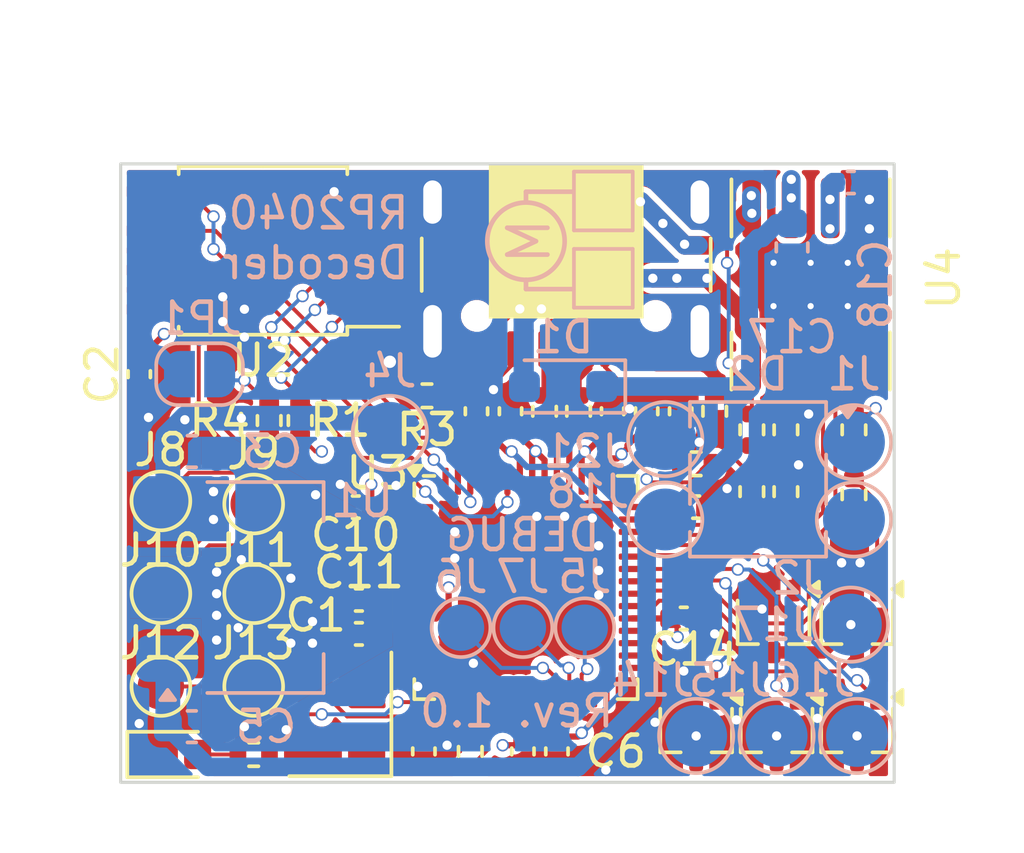
<source format=kicad_pcb>
(kicad_pcb (version 20240108) (generator "pcbnew") (generator_version "8.0")
  (layers (0 "F.Cu" signal) (1 "In1.Cu" power) (2 "In2.Cu" power) (31 "B.Cu" signal) (34 "B.Paste" user) (35 "F.Paste" user) (36 "B.SilkS" user "B.Silkscreen") (37 "F.SilkS" user "F.Silkscreen") (38 "B.Mask" user) (39 "F.Mask" user) (44 "Edge.Cuts" user))
  (net 0 "")
  (net 1 "+3V3")
  (net 2 "VDC")
  (net 3 "+1V1")
  (net 4 "GND")
  (net 5 "/GPIO24")
  (net 6 "/ADC_EMF_A")
  (net 7 "/ADC_EMF_B")
  (net 8 "/GPIO25")
  (net 9 "/MOTOR_OUT_B")
  (net 10 "/MOTOR_OUT_A")
  (net 11 "/GPIO26")
  (net 12 "/GPIO22")
  (net 13 "/GPIO23")
  (net 14 "Net-(U3-XIN)")
  (net 15 "/GPIO27")
  (net 16 "/GPIO21")
  (net 17 "Net-(C4-Pad1)")
  (net 18 "Net-(U3-ADC_AVDD)")
  (net 19 "VBUS")
  (net 20 "Net-(J2-Pin_1)")
  (net 21 "Net-(J1-Pin_1)")
  (net 22 "Net-(D3-A)")
  (net 23 "Net-(J3-D+-PadA6)")
  (net 24 "Net-(J3-CC2)")
  (net 25 "Net-(J3-D--PadA7)")
  (net 28 "Net-(J3-CC1)")
  (net 29 "Net-(J5-Pin_1)")
  (net 30 "Net-(J6-Pin_1)")
  (net 31 "Net-(J7-Pin_1)")
  (net 32 "Net-(J8-Pin_1)")
  (net 33 "Net-(J9-Pin_1)")
  (net 34 "Net-(J10-Pin_1)")
  (net 35 "Net-(J11-Pin_1)")
  (net 36 "Net-(J12-Pin_1)")
  (net 37 "Net-(J13-Pin_1)")
  (net 38 "Net-(J14-Pin_1)")
  (net 39 "Net-(J15-Pin_1)")
  (net 40 "Net-(J16-Pin_1)")
  (net 41 "Net-(J17-Pin_1)")
  (net 42 "Net-(JP1-B)")
  (net 43 "Net-(Q1-G)")
  (net 44 "Net-(U2-~{CS})")
  (net 45 "Net-(U3-XOUT)")
  (net 46 "Net-(U3-USB_DP)")
  (net 47 "Net-(U3-USB_DM)")
  (net 48 "Net-(U3-GPIO12)")
  (net 49 "Net-(U2-DI(IO0))")
  (net 50 "Net-(U2-CLK)")
  (net 51 "Net-(U2-IO3)")
  (net 52 "Net-(U2-DO(IO1))")
  (net 53 "Net-(U2-IO2)")
  (footprint "Resistor_SMD:R_0402_1005Metric" (layer "F.Cu") (at 156.7 98 90)
    (property "Reference" "R2" (hide yes))
    (property "Value" "5k1" (hide yes))
  )
  (footprint "Capacitor_SMD:C_0402_1005Metric" (layer "F.Cu") (at 150.1 98 90)
    (property "Reference" "C16" (hide yes))
    (property "Value" "100n" (hide yes))
  )
  (footprint "Capacitor_SMD:C_0402_1005Metric" (layer "F.Cu") (at 155.6 98 90)
    (property "Reference" "C13" (hide yes))
    (property "Value" "10u" (hide yes))
  )
  (footprint "Capacitor_SMD:C_0402_1005Metric" (layer "F.Cu") (at 150.5 109 -90)
    (property "Reference" "C12" (hide yes))
    (property "Value" "100n" (hide yes))
  )
  (footprint "Resistor_SMD:R_0402_1005Metric" (layer "F.Cu") (at 151.2 98 90)
    (property "Reference" "R6" (hide yes))
    (property "Value" "27" (hide yes))
  )
  (footprint "Resistor_SMD:R_0402_1005Metric" (layer "F.Cu") (at 157.9 98.6 90)
    (property "Reference" "R14" (hide yes))
    (property "Value" "6k8" (hide yes))
  )
  (footprint "Resistor_SMD:R_0402_1005Metric" (layer "F.Cu") (at 141.8 109.1)
    (property "Reference" "R10" (hide yes))
    (property "Value" "1k" (hide yes))
  )
  (footprint "Capacitor_SMD:C_0402_1005Metric" (layer "F.Cu") (at 145.2 104.1 180)
    (property "Reference" "C11")
    (property "Value" "100n" (hide yes))
  )
  (footprint "Package_DFN_QFN:QFN-56-1EP_7x7mm_P0.4mm_EP3.2x3.2mm" (layer "F.Cu") (at 150.6 103.7)
    (property "Reference" "U3")
    (property "Value" "RP2040" (hide yes))
  )
  (footprint "Resistor_SMD:R_0402_1005Metric" (layer "F.Cu") (at 157.9 100.6 90)
    (property "Reference" "R12" (hide yes))
    (property "Value" "6k8" (hide yes))
  )
  (footprint "Resistor_SMD:R_0402_1005Metric" (layer "F.Cu") (at 156.1 99.7 180)
    (property "Reference" "R11" (hide yes))
    (property "Value" "200" (hide yes))
  )
  (footprint "Resistor_SMD:R_0402_1005Metric" (layer "F.Cu") (at 148.8 109 90)
    (property "Reference" "R5" (hide yes))
    (property "Value" "1k" (hide yes))
  )
  (footprint "TestPoint:TestPoint_Pad_D1.5mm" (layer "F.Cu") (at 138.8 100.9)
    (property "Reference" "J8")
    (property "Value" "Conn_01x01" (hide yes))
  )
  (footprint "Resistor_SMD:R_0402_1005Metric" (layer "F.Cu") (at 161.2 98.6 90)
    (property "Reference" "R8" (hide yes))
    (property "Value" "6k8" (hide yes))
  )
  (footprint "TestPoint:TestPoint_Pad_D1.5mm" (layer "F.Cu") (at 138.8 106.9)
    (property "Reference" "J12")
    (property "Value" "Conn_01x01" (hide yes))
  )
  (footprint "Capacitor_SMD:C_0402_1005Metric" (layer "F.Cu") (at 138.1 96.8 -90)
    (property "Reference" "C2")
    (property "Value" "100n" (hide yes))
  )
  (footprint "Package_TO_SOT_SMD:SOT-323_SC-70" (layer "F.Cu") (at 156.1 108.3 -90)
    (property "Reference" "Q3" (hide yes))
    (property "Value" "Si1308EDL" (hide yes))
  )
  (footprint "Resistor_SMD:R_0402_1005Metric" (layer "F.Cu") (at 152.3 98 90)
    (property "Reference" "R7" (hide yes))
    (property "Value" "27" (hide yes))
  )
  (footprint "LED_SMD:LED_0603_1608Metric" (layer "F.Cu") (at 139.2 109.1)
    (property "Reference" "D3" (hide yes))
    (property "Value" "LED" (hide yes))
  )
  (footprint "Capacitor_SMD:C_0402_1005Metric" (layer "F.Cu") (at 154.5 98 90)
    (property "Reference" "C9" (hide yes))
    (property "Value" "10u" (hide yes))
  )
  (footprint "Resistor_SMD:R_0402_1005Metric" (layer "F.Cu") (at 147.4 97.5)
    (property "Reference" "R3")
    (property "Value" "5k1" (hide yes))
  )
  (footprint "Capacitor_SMD:C_0402_1005Metric" (layer "F.Cu") (at 151.6 109 -90)
    (property "Reference" "C6")
    (property "Value" "100n" (hide yes))
  )
  (footprint "RP2040-Decoder_Additional_Footprints:SOIC-8-1EP_3.9x4.9mm_P1.27mm_EP2.41x3.3mm_ThermalVias" (layer "F.Cu") (at 159.8 93.9 -90)
    (property "Reference" "U4")
    (property "Value" "BDR6133")
  )
  (footprint "Package_TO_SOT_SMD:SOT-323_SC-70" (layer "F.Cu") (at 158.6 104.8 -90)
    (property "Reference" "Q4" (hide yes))
    (property "Value" "Si1308EDL" (hide yes))
  )
  (footprint "Capacitor_SMD:C_0402_1005Metric" (layer "F.Cu") (at 145.2 105.2)
    (property "Reference" "C1")
    (property "Value" "10p" (hide yes))
  )
  (footprint "Package_TO_SOT_SMD:SOT-323_SC-70" (layer "F.Cu") (at 161.3 108.3 -90)
    (property "Reference" "Q2" (hide yes))
    (property "Value" "Si1308EDL" (hide yes))
  )
  (footprint "Connector_USB:USB_C_Receptacle_GCT_USB4105-xx-A_16P_TopMnt_Horizontal" (layer "F.Cu") (at 151.9 92.31 180)
    (property "Reference" "J3" (hide yes))
    (property "Value" "USB_C_Receptacle_USB2.0_16P" (hide yes))
  )
  (footprint "Capacitor_SMD:C_0402_1005Metric" (layer "F.Cu") (at 147.3 109 -90)
    (property "Reference" "C4" (hide yes))
    (property "Value" "10p" (hide yes))
  )
  (footprint "Resistor_SMD:R_0402_1005Metric" (layer "F.Cu") (at 142.3 98.3 -90)
    (property "Reference" "R4")
    (property "Value" "1k" (hide yes))
  )
  (footprint "Capacitor_SMD:C_0402_1005Metric" (layer "F.Cu") (at 153.4 98 90)
    (property "Reference" "C8" (hide yes))
    (property "Value" "10u" (hide yes))
  )
  (footprint "Resistor_SMD:R_0402_1005Metric" (layer "F.Cu") (at 159 98.6 -90)
    (property "Reference" "R15" (hide yes))
    (property "Value" "1k" (hide yes))
  )
  (footprint "Resistor_SMD:R_0402_1005Metric" (layer "F.Cu") (at 143.3 98.3 -90)
    (property "Reference" "R1")
    (property "Value" "DNF" (hide yes))
  )
  (footprint "TestPoint:TestPoint_Pad_D1.5mm" (layer "F.Cu") (at 141.8 106.9 180)
    (property "Reference" "J13")
    (property "Value" "Conn_01x01" (hide yes))
  )
  (footprint "Resistor_SMD:R_0402_1005Metric" (layer "F.Cu") (at 159 100.6 -90)
    (property "Reference" "R13" (hide yes))
    (property "Value" "1k")
  )
  (footprint "Package_TO_SOT_SMD:SOT-323_SC-70" (layer "F.Cu") (at 158.7 108.3 -90)
    (property "Reference" "Q5" (hide yes))
    (property "Value" "Si1308EDL" (hide yes))
  )
  (footprint "TestPoint:TestPoint_Pad_D1.5mm" (layer "F.Cu") (at 138.8 103.9 90)
    (property "Reference" "J10")
    (property "Value" "Conn_01x01" (hide yes))
  )
  (footprint "Crystal:Crystal_SMD_3225-4Pin_3.2x2.5mm" (layer "F.Cu") (at 144.6 107.8 90)
    (property "Reference" "Y1" (hide yes))
    (property "Value" "X322512MSB4SI" (hide yes))
  )
  (footprint "Capacitor_SMD:C_0402_1005Metric" (layer "F.Cu") (at 149 98 90)
    (property "Reference" "C7" (hide yes))
    (property "Value" "100n" (hide yes))
  )
  (footprint "Resistor_SMD:R_0402_1005Metric" (layer "F.Cu") (at 161.2 100.7 90)
    (property "Reference" "R9" (hide yes))
    (property "Value" "6k8" (hide yes))
  )
  (footprint "TestPoint:TestPoint_Pad_D1.5mm" (layer "F.Cu") (at 141.8 103.9)
    (property "Reference" "J11")
    (property "Value" "Conn_01x01" (hide yes))
  )
  (footprint "Capacitor_SMD:C_0402_1005Metric" (layer "F.Cu") (at 145.1 101.1 180)
    (property "Reference" "C10")
    (property "Value" "100n" (hide yes))
  )
  (footprint "Package_TO_SOT_SMD:SOT-323_SC-70" (layer "F.Cu") (at 161.3 104.8 -90)
    (property "Reference" "Q1" (hide yes))
    (property "Value" "Si1308EDL" (hide yes))
  )
  (footprint "Capacitor_SMD:C_0402_1005Metric" (layer "F.Cu") (at 155.7 104.7)
    (property "Reference" "C14")
    (property "Value" "100n" (hide yes))
  )
  (footprint "Capacitor_SMD:C_0402_1005Metric" (layer "F.Cu") (at 156.1 101.1)
    (property "Reference" "C15" (hide yes))
    (property "Value" "100n" (hide yes))
  )
  (footprint "RP2040-Decoder_Additional_Footprints:SOIC-8_5.23x5.23mm_P1.27mm" (layer "F.Cu") (at 142.1 92.8 180)
    (property "Reference" "U2")
    (property "Value" "W25Q64JVSSIQ")
  )
  (footprint "TestPoint:TestPoint_Pad_D1.5mm" (layer "F.Cu") (at 141.8 101)
    (property "Reference" "J9")
    (property "Value" "Conn_01x01" (hide yes))
  )
  (footprint "TestPoint:TestPoint_Pad_D2.0mm" (layer "B.Cu") (at 155.1 101.5 180)
    (property "Reference" "J18")
    (property "Value" "Conn_01x01" (hide yes))
  )
  (footprint "TestPoint:TestPoint_Pad_D1.5mm" (layer "B.Cu") (at 148.5 105 180)
    (property "Reference" "J6")
    (property "Value" "Conn_01x01" (hide yes))
  )
  (footprint "TestPoint:TestPoint_Pad_D2.0mm" (layer "B.Cu") (at 161.1 104.9 180)
    (property "Reference" "J17")
    (property "Value" "Conn_01x01" (hide yes))
  )
  (footprint "TestPoint:TestPoint_Pad_D1.5mm" (layer "B.Cu") (at 150.5 105 180)
    (property "Reference" "J7")
    (property "Value" "Conn_01x01" (hide yes))
  )
  (footprint "TestPoint:TestPoint_Pad_1.5x1.5mm" (layer "B.Cu") (at 153.1 93.7 180)
    (property "Reference" "J20" (hide yes))
    (property "Value" "Conn_01x01" (hide yes))
  )
  (footprint "TestPoint:TestPoint_Pad_D2.0mm" (layer "B.Cu") (at 161.2 101.5 180)
    (property "Reference" "J2")
    (property "Value" "Conn_01x01" (hide yes))
  )
  (footprint "Capacitor_SMD:C_0402_1005Metric" (layer "B.Cu") (at 161.1 90.6)
    (property "Reference" "C18")
    (property "Value" "10u" (hide yes))
  )
  (footprint "TestPoint:TestPoint_Pad_D1.5mm" (layer "B.Cu") (at 152.5 105 180)
    (property "Reference" "J5")
    (property "Value" "Conn_01x01" (hide yes))
  )
  (footprint "Capacitor_SMD:C_0603_1608Metric" (layer "B.Cu") (at 159.2 92.7 -90)
    (property "Reference" "C17")
    (property "Value" "10u" (hide yes))
  )
  (footprint "TestPoint:TestPoint_Pad_D2.0mm" (layer "B.Cu") (at 156.1 108.5 180)
    (property "Reference" "J14")
    (property "Value" "Conn_01x01" (hide yes))
  )
  (footprint "Package_TO_SOT_SMD:TO-269AA" (layer "B.Cu") (at 158.1 100.2 180)
    (property "Reference" "D2")
    (property "Value" "KMB24F")
  )
  (footprint "Package_TO_SOT_SMD:SOT-223" (layer "B.Cu") (at 142.15 103.7)
    (property "Reference" "U1")
    (property "Value" "MIC5200-3.3YS" (hide yes))
  )
  (footprint "TestPoint:TestPoint_Pad_D2.0mm" (layer "B.Cu") (at 161.3 108.5 180)
    (property "Reference" "J16")
    (property "Value" "Conn_01x01" (hide yes))
  )
  (footprint "TestPoint:TestPoint_Pad_1.5x1.5mm" (layer "B.Cu") (at 153.1 91.2 180)
    (property "Reference" "J19" (hide yes))
    (property "Value" "Conn_01x01" (hide yes))
  )
  (footprint "TestPoint:TestPoint_Pad_D2.0mm" (layer "B.Cu") (at 158.7 108.5 180)
    (property "Reference" "J15")
    (property "Value" "Conn_01x01" (hide yes))
  )
  (footprint "TestPoint:TestPoint_Pad_D2.0mm" (layer "B.Cu") (at 146.2 98.7 180)
    (property "Reference" "J4")
    (property "Value" "Conn_01x01" (hide yes))
  )
  (footprint "Capacitor_SMD:C_0603_1608Metric" (layer "B.Cu") (at 139.8 108.2)
    (property "Reference" "C5")
    (property "Value" "10u" (hide yes))
  )
  (footprint "Diode_SMD:D_SOD-323_HandSoldering" (layer "B.Cu") (at 151.8 97.2 180)
    (property "Reference" "D1")
    (property "Value" "1N5819WS" (hide yes))
  )
  (footprint "Capacitor_SMD:C_0603_1608Metric" (layer "B.Cu") (at 139.8 99.3)
    (property "Reference" "C3")
    (property "Value" "10u" (hide yes))
  )
  (footprint "Jumper:SolderJumper-2_P1.3mm_Open_RoundedPad1.0x1.5mm" (layer "B.Cu") (at 140.05 96.8)
    (property "Reference" "JP1")
    (property "Value" "SolderJumper_2_Open" (hide yes))
  )
  (footprint "TestPoint:TestPoint_Pad_D2.0mm" (layer "B.Cu") (at 161.2 99 180)
    (property "Reference" "J1")
    (property "Value" "Conn_01x01" (hide yes))
  )
  (footprint "TestPoint:TestPoint_Pad_D2.0mm" (layer "B.Cu") (at 155.1 98.9 180)
    (property "Reference" "J21")
    (property "Value" "Conn_01x01" (hide yes))
  )
  (gr_circle (center 150.6 92.5) (end 151.85 92.5) (stroke (width 0.15)) (fill none) (layer "B.SilkS"))
  (gr_line (start 152.1 90.9) (end 150.6 90.9) (stroke (width 0.15)) (layer "B.SilkS"))
  (gr_line (start 150.6 90.9) (end 150.6 91.2) (stroke (width 0.15)) (layer "B.SilkS"))
  (gr_line (start 152.1 94.05) (end 150.6 94.05) (stroke (width 0.15)) (layer "B.SilkS"))
  (gr_line (start 150.6 94.05) (end 150.6 93.75) (stroke (width 0.15)) (layer "B.SilkS"))
  (gr_rect (start 149.4 90) (end 154.4 95) (fill solid) (layer "F.SilkS"))
  (gr_rect (start 137.5 90) (end 162.5 110) (stroke (width 0.1)) (fill none) (layer "Edge.Cuts"))
  (gr_text "M" (at 150.7 92.5 90) (layer "B.SilkS") (effects (font (size 1.3 1.3)) (justify mirror)))
  (gr_text "RP2040\nDecoder" (at 146.9 92.4 0) (layer "B.SilkS") (effects (font (size 1 1)) (justify left mirror)))
  (gr_text "Rev. 1.0" (at 150.3 107.7 0) (layer "B.SilkS") (effects (font (size 1 1)) (justify mirror)))
  (gr_text "DEBUG" (at 150.5 102 0) (layer "B.SilkS") (effects (font (size 1 1)) (justify mirror)))
  (segment (start 153.88 99.193628) (end 153.88 99.1) (width 0.2) (layer "F.Cu") (net 1))
  (segment (start 148.1 103.7) (end 148.1 104.29636) (width 0.2) (layer "F.Cu") (net 1))
  (segment (start 146.28 104.7) (end 145.68 104.1) (width 0.2) (layer "F.Cu") (net 1))
  (segment (start 149.847 108.8) (end 150.22 108.8) (width 0.2) (layer "F.Cu") (net 1))
  (segment (start 146.3 101.1) (end 145.62 101.1) (width 0.2) (layer "F.Cu") (net 1))
  (segment (start 154.0375 101.1) (end 155.62 101.1) (width 0.2) (layer "F.Cu") (net 1))
  (segment (start 143.79 99.3) (end 143.3 98.81) (width 0.127) (layer "F.Cu") (net 1))
  (segment (start 148.1 104.29636) (end 147.69636 104.7) (width 0.2) (layer "F.Cu") (net 1))
  (segment (start 156.306163 99.903837) (end 156.61 99.6) (width 0.2) (layer "F.Cu") (net 1))
  (segment (start 152.8 99.72864) (end 152.8 100.1) (width 0.2) (layer "F.Cu") (net 1))
  (segment (start 138.9 95.5) (end 138.9 95.52) (width 0.2) (layer "F.Cu") (net 1))
  (segment (start 144 99.3) (end 143.79 99.3) (width 0.127) (layer "F.Cu") (net 1))
  (segment (start 154.0375 104.7) (end 155.22 104.7) (width 0.2) (layer "F.Cu") (net 1))
  (segment (start 154.5 100.2) (end 154.6 100.3) (width 0.127) (layer "F.Cu") (net 1))
  (segment (start 151.2 100.1) (end 151.2 99.58) (width 0.2) (layer "F.Cu") (net 1))
  (segment (start 150.86 99.24) (end 150.1 98.48) (width 0.2) (layer "F.Cu") (net 1))
  (segment (start 138.1 95.105) (end 138.5 94.705) (width 0.6) (layer "F.Cu") (net 1))
  (segment (start 155.91 100.318924) (end 156.306163 99.922761) (width 0.2) (layer "F.Cu") (net 1))
  (segment (start 145.62 101.1) (end 145.6 101.08) (width 0.2) (layer "F.Cu") (net 1))
  (segment (start 153.686814 99.386814) (end 153.548628 99.525) (width 0.2) (layer "F.Cu") (net 1))
  (segment (start 155.62 101.030762) (end 155.91 100.740762) (width 0.2) (layer "F.Cu") (net 1))
  (segment (start 153.00364 99.525) (end 152.8 99.72864) (width 0.2) (layer "F.Cu") (net 1))
  (segment (start 153.548628 99.525) (end 153.00364 99.525) (width 0.2) (layer "F.Cu") (net 1))
  (segment (start 145.6 101.08) (end 145.58 101.1) (width 0.2) (layer "F.Cu") (net 1))
  (segment (start 145.6 100.3635) (end 145.6 101.08) (width 0.2) (layer "F.Cu") (net 1))
  (segment (start 153.88 99.1) (end 154.5 98.48) (width 0.2) (layer "F.Cu") (net 1))
  (segment (start 147.1625 101.1) (end 146.3 101.1) (width 0.2) (layer "F.Cu") (net 1))
  (segment (start 155.91 100.3) (end 156.306163 99.903837) (width 0.127) (layer "F.Cu") (net 1))
  (segment (start 138.1 96.32) (end 138.1 95.105) (width 0.6) (layer "F.Cu") (net 1))
  (segment (start 150.91 99.29) (end 150.1 98.48) (width 0.2) (layer "F.Cu") (net 1))
  (segment (start 150.22 108.8) (end 150.5 108.52) (width 0.2) (layer "F.Cu") (net 1))
  (segment (start 155.62 101.1) (end 155.62 101.030762) (width 0.2) (layer "F.Cu") (net 1))
  (segment (start 151.2 99.58) (end 150.91 99.29) (width 0.2) (layer "F.Cu") (net 1))
  (segment (start 150.8 100.1) (end 150.8 99.3) (width 0.2) (layer "F.Cu") (net 1))
  (segment (start 150.8 99.3) (end 150.86 99.24) (width 0.2) (layer "F.Cu") (net 1))
  (segment (start 155.5 104.98) (end 155.22 104.7) (width 0.2) (layer "F.Cu") (net 1))
  (segment (start 147.69636 104.7) (end 147.1625 104.7) (width 0.2) (layer "F.Cu") (net 1))
  (segment (start 150.8 108.22) (end 150.5 108.52) (width 0.2) (layer "F.Cu") (net 1))
  (segment (start 138.9 95.52) (end 138.1 96.32) (width 0.2) (layer "F.Cu") (net 1))
  (segment (start 147.1625 104.7) (end 146.28 104.7) (width 0.2) (layer "F.Cu") (net 1))
  (segment (start 150.8 107.1375) (end 150.8 108.22) (width 0.2) (layer "F.Cu") (net 1))
  (segment (start 153.686814 99.386814) (end 153.88 99.193628) (width 0.2) (layer "F.Cu") (net 1))
  (segment (start 154.6 100.3) (end 155.91 100.3) (width 0.127) (layer "F.Cu") (net 1))
  (segment (start 155.5 105.3) (end 155.5 104.98) (width 0.2) (layer "F.Cu") (net 1))
  (segment (start 156.306163 99.922761) (end 156.306163 99.903837) (width 0.2) (layer "F.Cu") (net 1))
  (segment (start 155.91 100.740762) (end 155.91 100.318924) (width 0.2) (layer "F.Cu") (net 1))
  (via (at 140.5 100.6) (size 0.6) (drill 0.3) (layers "F.Cu" "B.Cu") (net 1))
  (via (at 140.5 100.6) (size 0.6) (drill 0.3) (layers "F.Cu" "B.Cu") (net 1))
  (via (at 150.91 99.29) (size 0.4) (drill 0.3) (layers "F.Cu" "B.Cu") (net 1))
  (via (at 138.9 95.5) (size 0.4) (drill 0.3) (layers "F.Cu" "B.Cu") (net 1))
  (via (at 160.425 92.1) (size 0.4) (drill 0.3) (layers "F.Cu" "B.Cu") (net 1))
  (via (at 144 99.3) (size 0.4) (drill 0.3) (layers "F.Cu" "B.Cu") (net 1))
  (via (at 139.575 98.275) (size 0.6) (drill 0.3) (layers "F.Cu" "B.Cu") (net 1))
  (via (at 154.5 100.2) (size 0.4) (drill 0.3) (layers "F.Cu" "B.Cu") (net 1))
  (via (at 141.4 98.225) (size 0.6) (drill 0.3) (layers "F.Cu" "B.Cu") (net 1))
  (via (at 148.1 103.7) (size 0.4) (drill 0.3) (layers "F.Cu" "B.Cu") (net 1))
  (via (at 155.5 105.3) (size 0.4) (drill 0.3) (layers "F.Cu" "B.Cu") (net 1))
  (via (at 140.5 101.5) (size 0.6) (drill 0.3) (layers "F.Cu" "B.Cu") (net 1))
  (via (at 145.6 100.3635) (size 0.4) (drill 0.3) (layers "F.Cu" "B.Cu") (net 1))
  (via (at 160.425 91.15) (size 0.4) (drill 0.3) (layers "F.Cu" "B.Cu") (net 1))
  (via (at 153.686814 99.386814) (size 0.4) (drill 0.3) (layers "F.Cu" "B.Cu") (net 1))
  (via (at 149.847 108.8) (size 0.4) (drill 0.3) (layers "F.Cu" "B.Cu") (net 1))
  (segment (start 139.575 98.275) (end 139.025 98.825) (width 0.8) (layer "B.Cu") (net 1))
  (segment (start 139.025 101.575) (end 139 101.6) (width 0.8) (layer "B.Cu") (net 1))
  (segment (start 139.025 100.3) (end 139.025 101.375) (width 0.8) (layer "B.Cu") (net 1))
  (segment (start 160.425 92.1) (end 160.425 90.695) (width 0.6) (layer "B.Cu") (net 1))
  (segment (start 139.025 98.825) (end 139.025 99.3) (width 0.8) (layer "B.Cu") (net 1))
  (segment (start 141.4 98.225) (end 139.625 98.225) (width 0.8) (layer "B.Cu") (net 1))
  (segment (start 139.625 98.225) (end 139.575 98.275) (width 0.8) (layer "B.Cu") (net 1))
  (segment (start 160.52 90.6) (end 160.425 90.695) (width 0.6) (layer "B.Cu") (net 1))
  (segment (start 141.4 98.225) (end 145.725 98.225) (width 0.8) (layer "B.Cu") (net 1))
  (segment (start 139.025 99.3) (end 139.025 100.3) (width 0.8) (layer "B.Cu") (net 1))
  (segment (start 160.62 90.6) (end 160.52 90.6) (width 0.6) (layer "B.Cu") (net 1))
  (segment (start 145.725 98.225) (end 146.2 98.7) (width 0.8) (layer "B.Cu") (net 1))
  (via (at 159.175 90.5) (size 0.4) (drill 0.3) (layers "F.Cu" "B.Cu") (net 2))
  (via (at 159.175 91.1) (size 0.4) (drill 0.3) (layers "F.Cu" "B.Cu") (net 2))
  (segment (start 157.12 97.2) (end 157.22 97.3) (width 0.25) (layer "B.Cu") (net 2))
  (segment (start 158.700306 91.925) (end 158.228338 92.396968) (width 0.6) (layer "B.Cu") (net 2))
  (segment (start 157.12 97.2) (end 152.85 97.2) (width 0.6) (layer "B.Cu") (net 2))
  (segment (start 157.3 97.8) (end 157.3 98.1) (width 0.6) (layer "B.Cu") (net 2))
  (segment (start 157.3 97.3) (end 157.3 98.1) (width 0.6) (layer "B.Cu") (net 2))
  (segment (start 152.28995 109.5) (end 140.325 109.5) (width 0.6) (layer "B.Cu") (net 2))
  (segment (start 157.3 99.3) (end 155.1 101.5) (width 0.6) (layer "B.Cu") (net 2))
  (segment (start 157.8 92.7) (end 157.8 95.1) (width 0.6) (layer "B.Cu") (net 2))
  (segment (start 159.175 91.9) (end 159.2 91.925) (width 0.6) (layer "B.Cu") (net 2))
  (segment (start 158.103032 92.396968) (end 157.8 92.7) (width 0.6) (layer "B.Cu") (net 2))
  (segment (start 158.228338 92.396968) (end 158.103032 92.396968) (width 0.6) (layer "B.Cu") (net 2))
  (segment (start 140.325 109.5) (end 139.025 108.2) (width 0.6) (layer "B.Cu") (net 2))
  (segment (start 157.3 98.1) (end 157.3 99.3) (width 0.6) (layer "B.Cu") (net 2))
  (segment (start 157.65 96.95) (end 157.3 97.3) (width 0.6) (layer "B.Cu") (net 2))
  (segment (start 157.65 96.95) (end 157.4 97.2) (width 0.6) (layer "B.Cu") (net 2))
  (segment (start 156.1 97.2) (end 156.6 97.2) (width 0.6) (layer "B.Cu") (net 2))
  (segment (start 159.175 90.5) (end 159.175 91.9) (width 0.6) (layer "B.Cu") (net 2))
  (segment (start 157.4 97.2) (end 157.12 97.2) (width 0.6) (layer "B.Cu") (net 2))
  (segment (start 159.2 91.925) (end 158.700306 91.925) (width 0.6) (layer "B.Cu") (net 2))
  (segment (start 152.85 97.2) (end 156.1 97.2) (width 0.6) (layer "B.Cu") (net 2))
  (segment (start 157.852298 95.152298) (end 157.852298 96.747702) (width 0.6) (layer "B.Cu") (net 2))
  (segment (start 154.5 107.28995) (end 152.28995 109.5) (width 0.6) (layer "B.Cu") (net 2))
  (segment (start 154.5 102.1) (end 154.5 107.28995) (width 0.6) (layer "B.Cu") (net 2))
  (segment (start 157.852298 96.747702) (end 157.65 96.95) (width 0.6) (layer "B.Cu") (net 2))
  (segment (start 139.025 108.2) (end 139.025 106.025) (width 0.8) (layer "B.Cu") (net 2))
  (segment (start 157.3 97.8) (end 157.852298 97.247702) (width 0.6) (layer "B.Cu") (net 2))
  (segment (start 139.025 106.225) (end 139 106.2) (width 0.8) (layer "B.Cu") (net 2))
  (segment (start 155.1 101.5) (end 154.5 102.1) (width 0.6) (layer "B.Cu") (net 2))
  (segment (start 157.8 95.1) (end 157.852298 95.152298) (width 0.6) (layer "B.Cu") (net 2))
  (segment (start 157.852298 97.247702) (end 157.852298 96.747702) (width 0.6) (layer "B.Cu") (net 2))
  (segment (start 150.13386 99.3) (end 150.4 99.56614) (width 0.2) (layer "F.Cu") (net 3))
  (segment (start 150.13386 99.3) (end 149.983866 99.3) (width 0.2) (layer "F.Cu") (net 3))
  (segment (start 152.28 108.52) (end 151.6 108.52) (width 0.2) (layer "F.Cu") (net 3))
  (segment (start 149.163866 98.48) (end 149 98.48) (width 0.2) (layer "F.Cu") (net 3))
  (segment (start 149.983866 99.3) (end 149.163866 98.48) (width 0.2) (layer "F.Cu") (net 3))
  (segment (start 152.5 99.3) (end 152.58 99.3) (width 0.2) (layer "F.Cu") (net 3))
  (segment (start 151.2 107.1375) (end 151.2 108.12) (width 0.2) (layer "F.Cu") (net 3))
  (segment (start 151.2 108.12) (end 151.6 108.52) (width 0.2) (layer "F.Cu") (net 3))
  (segment (start 152.58 99.3) (end 153.4 98.48) (width 0.2) (layer "F.Cu") (net 3))
  (segment (start 150.4 99.56614) (end 150.4 100.1) (width 0.2) (layer "F.Cu") (net 3))
  (segment (start 152.4 99.4) (end 152.5 99.3) (width 0.2) (layer "F.Cu") (net 3))
  (segment (start 152.4 108.4) (end 152.28 108.52) (width 0.2) (layer "F.Cu") (net 3))
  (segment (start 152.4 100.2625) (end 152.4 99.4) (width 0.2) (layer "F.Cu") (net 3))
  (via (at 152.5 99.3) (size 0.4) (drill 0.3) (layers "F.Cu" "B.Cu") (net 3))
  (via (at 150.13386 99.3) (size 0.4) (drill 0.3) (layers "F.Cu" "B.Cu") (net 3))
  (via (at 152.4 108.4) (size 0.4) (drill 0.3) (layers "F.Cu" "B.Cu") (net 3))
  (segment (start 151.9 99.9) (end 151.8 99.8) (width 0.2) (layer "B.Cu") (net 3))
  (segment (start 151.9 99.9) (end 152.5 99.3) (width 0.2) (layer "B.Cu") (net 3))
  (segment (start 153.8 101.8) (end 151.9 99.9) (width 0.2) (layer "B.Cu") (net 3))
  (segment (start 152.4 108.4) (end 153.8 107) (width 0.2) (layer "B.Cu") (net 3))
  (segment (start 150.63386 99.8) (end 150.13386 99.3) (width 0.2) (layer "B.Cu") (net 3))
  (segment (start 151.8 99.8) (end 150.63386 99.8) (width 0.2) (layer "B.Cu") (net 3))
  (segment (start 153.8 107) (end 153.8 101.8) (width 0.2) (layer "B.Cu") (net 3))
  (segment (start 138.1 97.9) (end 138.4 98.2) (width 0.6) (layer "F.Cu") (net 4))
  (segment (start 159.7365 98.09) (end 159 98.09) (width 0.127) (layer "F.Cu") (net 4))
  (segment (start 138.1 97.28) (end 138.1 97.9) (width 0.6) (layer "F.Cu") (net 4))
  (segment (start 159.409501 99.733382) (end 159.356618 99.733382) (width 0.127) (layer "F.Cu") (net 4))
  (segment (start 159.356618 99.733382) (end 159 100.09) (width 0.127) (layer "F.Cu") (net 4))
  (via (at 141.3 105) (size 0.4) (drill 0.3) (layers "F.Cu" "B.Cu") (net 4))
  (via (at 151.85 101.4) (size 0.4) (drill 0.3) (layers "F.Cu" "B.Cu") (net 4))
  (via (at 140.6 105.4) (size 0.4) (drill 0.3) (layers "F.Cu" "B.Cu") (net 4))
  (via (at 140.6 103.9) (size 0.4) (drill 0.3) (layers "F.Cu" "B.Cu") (net 4))
  (via (at 149.55 97.3) (size 0.4) (drill 0.3) (layers "F.Cu" "B.Cu") (net 4))
  (via (at 150.95 101.4) (size 0.4) (drill 0.3) (layers "F.Cu" "B.Cu") (net 4))
  (via (at 160.020661 107.931405) (size 0.4) (drill 0.3) (layers "F.Cu" "B.Cu") (net 4))
  (via (at 156.7 105.2) (size 0.4) (drill 0.3) (layers "F.Cu" "B.Cu") (net 4))
  (via (at 138.1 108.1) (size 0.4) (drill 0.3) (layers "F.Cu" "B.Cu") (net 4))
  (via (at 143.7 104.8) (size 0.4) (drill 0.3) (layers "F.Cu" "B.Cu") (net 4))
  (via (at 152.95 103.15) (size 0.4) (drill 0.3) (layers "F.Cu" "B.Cu") (net 4))
  (via (at 153.179899 109.6) (size 0.4) (drill 0.3) (layers "F.Cu" "B.Cu") (net 4))
  (via (at 156.2 99) (size 0.4) (drill 0.3) (layers "F.Cu" "B.Cu") (net 4))
  (via (at 148.9 106.15) (size 0.4) (drill 0.3) (layers "F.Cu" "B.Cu") (net 4))
  (via (at 142.85 108.3) (size 0.4) (drill 0.3) (layers "F.Cu" "B.Cu") (net 4))
  (via (at 161.7 92.1) (size 0.45) (drill 0.3) (layers "F.Cu" "B.Cu") (net 4))
  (via (at 143 103.4) (size 0.4) (drill 0.3) (layers "F.Cu" "B.Cu") (net 4))
  (via (at 148.3 101.9) (size 0.4) (drill 0.3) (layers "F.Cu" "B.Cu") (net 4))
  (via (at 146.2 96.4) (size 0.8) (drill 0.4) (layers "F.Cu" "B.Cu") (net 4))
  (via (at 148.05 108.8) (size 0.4) (drill 0.3) (layers "F.Cu" "B.Cu") (net 4))
  (via (at 158.22894 104.396) (size 0.4) (drill 0.3) (layers "F.Cu" "B.Cu") (net 4))
  (via (at 148.3 102.75) (size 0.4) (drill 0.3) (layers "F.Cu" "B.Cu") (net 4))
  (via (at 146.4 100.4) (size 0.4) (drill 0.3) (layers "F.Cu" "B.Cu") (net 4))
  (via (at 152.746446 101.453554) (size 0.4) (drill 0.3) (layers "F.Cu" "B.Cu") (net 4))
  (via (at 157.400002 107.980382) (size 0.4) (drill 0.3) (layers "F.Cu" "B.Cu") (net 4))
  (via (at 141.5 94.7) (size 0.4) (drill 0.3) (layers "F.Cu" "B.Cu") (net 4))
  (via (at 140.6 103.2) (size 0.4) (drill 0.3) (layers "F.Cu" "B.Cu") (net 4))
  (via (at 157.1 100.5) (size 0.4) (drill 0.3) (layers "F.Cu" "B.Cu") (net 4))
  (via (at 161.4 102.9) (size 0.4) (drill 0.3) (layers "F.Cu" "B.Cu") (net 4))
  (via (at 160.8 102.9) (size 0.4) (drill 0.3) (layers "F.Cu" "B.Cu") (net 4))
  (via (at 159.409501 99.733382) (size 0.4) (drill 0.3) (layers "F.Cu" "B.Cu") (net 4))
  (via (at 152.953008 103.94298) (size 0.4) (drill 0.3) (layers "F.Cu" "B.Cu") (net 4))
  (via (at 147.1 106.9) (size 0.4) (drill 0.3) (layers "F.Cu" "B.Cu") (net 4))
  (via (at 143.8 100.7) (size 0.4) (drill 0.3) (layers "F.Cu" "B.Cu") (net 4))
  (via (at 141.5 95.6) (size 0.4) (drill 0.3) (layers "F.Cu" "B.Cu") (net 4))
  (via (at 144.6 100.3635) (size 0.4) (drill 0.3) (layers "F.Cu" "B.Cu") (net 4))
  (via (at 154.771841 108.05728) (size 0.4) (drill 0.3) (layers "F.Cu" "B.Cu") (net 4))
  (via (at 161.7 91.15) (size 0.45) (drill 0.3) (layers "F.Cu" "B.Cu") (net 4))
  (via (at 159.7365 98.09) (size 0.4) (drill 0.3) (layers "F.Cu" "B.Cu") (net 4))
  (via (at 144.4 90.9) (size 0.4) (drill 0.3) (layers "F.Cu" "B.Cu") (net 4))
  (via (at 140.8 94.3) (size 0.4) (drill 0.3) (layers "F.Cu" "B.Cu") (net 4))
  (via (at 140.8 95.1) (size 0.4) (drill 0.3) (layers "F.Cu" "B.Cu") (net 4))
  (via (at 160.8 102.9) (size 0.4) (drill 0.3) (layers "F.Cu" "B.Cu") (net 4))
  (via (at 155.7 106.4) (size 0.4) (drill 0.3) (layers "F.Cu" "B.Cu") (net 4))
  (via (at 140.6 104.6) (size 0.4) (drill 0.3) (layers "F.Cu" "B.Cu") (net 4))
  (via (at 143 105.5) (size 0.4) (drill 0.3) (layers "F.Cu" "B.Cu") (net 4))
  (via (at 152.95 102.35) (size 0.4) (drill 0.3) (layers "F.Cu" "B.Cu") (net 4))
  (via (at 138.4 98.2) (size 0.4) (drill 0.3) (layers "F.Cu" "B.Cu") (net 4))
  (via (at 141.5 108.2) (size 0.4) (drill 0.3) (layers "F.Cu" "B.Cu") (net 4))
  (via (at 143.7 105.5) (size 0.4) (drill 0.3) (layers "F.Cu" "B.Cu") (net 4))
  (via (at 153.95 97.92) (size 0.4) (drill 0.3) (layers "F.Cu" "B.Cu") (net 4))
  (via (at 141.4 102.8) (size 0.4) (drill 0.3) (layers "F.Cu" "B.Cu") (net 4))
  (segment (start 161.58 90.6) (end 161.7 90.6) (width 0.6) (layer "B.Cu") (net 4))
  (segment (start 145.3 103.9) (end 144.975 103.9) (width 0.8) (layer "B.Cu") (net 4))
  (segment (start 140.6 99.525) (end 140.575 99.5) (width 0.8) (layer "B.Cu") (net 4))
  (segment (start 140.575 108.4) (end 140.6 108.375) (width 0.8) (layer "B.Cu") (net 4))
  (segment (start 161.7 90.6) (end 161.7 92.1) (width 0.6) (layer "B.Cu") (net 4))
  (segment (start 156.75 106.25) (end 156.772256 106.227744) (width 0.127) (layer "F.Cu") (net 5))
  (segment (start 156.75 107.3) (end 156.75 106.25) (width 0.127) (layer "F.Cu") (net 5))
  (segment (start 154.0375 103.5) (end 154.065 103.4725) (width 0.127) (layer "F.Cu") (net 5))
  (segment (start 154.065 103.4725) (end 156.954952 103.4725) (width 0.127) (layer "F.Cu") (net 5))
  (segment (start 156.954952 103.4725) (end 157.045951 103.563499) (width 0.127) (layer "F.Cu") (net 5))
  (via (at 156.772256 106.227744) (size 0.4) (drill 0.3) (layers "F.Cu" "B.Cu") (net 5))
  (via (at 157.045951 103.563499) (size 0.4) (drill 0.3) (layers "F.Cu" "B.Cu") (net 5))
  (segment (start 157.2 105.8) (end 157.2 103.717548) (width 0.127) (layer "B.Cu") (net 5))
  (segment (start 156.772256 106.227744) (end 157.2 105.8) (width 0.127) (layer "B.Cu") (net 5))
  (segment (start 157.2 103.717548) (end 157.045951 103.563499) (width 0.127) (layer "B.Cu") (net 5))
  (segment (start 157.3365 101.6735) (end 155.308984 101.6735) (width 0.127) (layer "F.Cu") (net 6))
  (segment (start 159 101.11) (end 157.9 101.11) (width 0.127) (layer "F.Cu") (net 6))
  (segment (start 155.135484 101.5) (end 154.0375 101.5) (width 0.127) (layer "F.Cu") (net 6))
  (segment (start 155.308984 101.6735) (end 155.135484 101.5) (width 0.127) (layer "F.Cu") (net 6))
  (segment (start 157.9 101.11) (end 157.3365 101.6735) (width 0.127) (layer "F.Cu") (net 6))
  (segment (start 159.873001 101.124305) (end 159.297306 101.7) (width 0.127) (layer "F.Cu") (net 7))
  (segment (start 157.471948 102.0005) (end 155.173536 102.0005) (width 0.127) (layer "F.Cu") (net 7))
  (segment (start 159.297306 101.7) (end 157.772448 101.7) (width 0.127) (layer "F.Cu") (net 7))
  (segment (start 159 99.11) (end 157.9 99.11) (width 0.127) (layer "F.Cu") (net 7))
  (segment (start 155.173536 102.0005) (end 155.073036 101.9) (width 0.127) (layer "F.Cu") (net 7))
  (segment (start 155.073036 101.9) (end 154.0375 101.9) (width 0.127) (layer "F.Cu") (net 7))
  (segment (start 157.772448 101.7) (end 157.471948 102.0005) (width 0.127) (layer "F.Cu") (net 7))
  (segment (start 159.873001 99.541394) (end 159.873001 101.124305) (width 0.127) (layer "F.Cu") (net 7))
  (segment (start 159 99.11) (end 159.441607 99.11) (width 0.127) (layer "F.Cu") (net 7))
  (segment (start 159.441607 99.11) (end 159.873001 99.541394) (width 0.127) (layer "F.Cu") (net 7))
  (segment (start 159.35 107.3) (end 159.11544 107.3) (width 0.127) (layer "F.Cu") (net 8))
  (segment (start 157.429859 103.1) (end 154.0375 103.1) (width 0.127) (layer "F.Cu") (net 8))
  (segment (start 157.447859 103.118) (end 157.429859 103.1) (width 0.127) (layer "F.Cu") (net 8))
  (segment (start 159.11544 107.3) (end 158.69244 106.877) (width 0.127) (layer "F.Cu") (net 8))
  (via (at 157.447859 103.118) (size 0.4) (drill 0.3) (layers "F.Cu" "B.Cu") (net 8))
  (via (at 158.69244 106.877) (size 0.4) (drill 0.3) (layers "F.Cu" "B.Cu") (net 8))
  (segment (start 157.818 103.118) (end 158.69244 103.99244) (width 0.127) (layer "B.Cu") (net 8))
  (segment (start 158.69244 103.99244) (end 158.69244 106.877) (width 0.127) (layer "B.Cu") (net 8))
  (segment (start 157.447859 103.118) (end 157.818 103.118) (width 0.127) (layer "B.Cu") (net 8))
  (segment (start 157.9 96.38) (end 157.895 96.375) (width 0.127) (layer "F.Cu") (net 9))
  (segment (start 157.9 98.09) (end 157.9 96.38) (width 0.127) (layer "F.Cu") (net 9))
  (segment (start 157.895 95.605) (end 157.895 96.375) (width 0.6) (layer "F.Cu") (net 9))
  (segment (start 154.7 93.7) (end 155.475 93.7) (width 0.6) (layer "F.Cu") (net 9))
  (segment (start 157.895 98.085) (end 157.9 98.09) (width 0.127) (layer "F.Cu") (net 9))
  (segment (start 155.475 93.7) (end 156.45 93.7) (width 0.6) (layer "F.Cu") (net 9))
  (segment (start 157.65 95.36) (end 157.895 95.605) (width 0.6) (layer "F.Cu") (net 9))
  (segment (start 156.475 93.7) (end 157.65 94.875) (width 0.6) (layer "F.Cu") (net 9))
  (segment (start 156.45 93.7) (end 156.475 93.7) (width 0.6) (layer "F.Cu") (net 9))
  (segment (start 157.65 94.875) (end 157.65 95.36) (width 0.6) (layer "F.Cu") (net 9))
  (via (at 156.45 93.7) (size 0.4) (drill 0.3) (layers "F.Cu" "B.Cu") (net 9))
  (via (at 155.475 93.7) (size 0.4) (drill 0.3) (layers "F.Cu" "B.Cu") (net 9))
  (via (at 154.7 93.7) (size 0.4) (drill 0.3) (layers "F.Cu" "B.Cu") (net 9))
  (segment (start 154.7 93.7) (end 156.45 93.7) (width 0.6) (layer "B.Cu") (net 9))
  (segment (start 154.7 93.7) (end 153.1 93.7) (width 0.6) (layer "B.Cu") (net 9))
  (segment (start 157.3165 99.5065) (end 157.3165 97.6) (width 0.127) (layer "F.Cu") (net 10))
  (segment (start 157.3165 97.015) (end 157.3315 97) (width 0.127) (layer "F.Cu") (net 10))
  (segment (start 157.3165 97.6) (end 157.3165 97.015) (width 0.127) (layer "F.Cu") (net 10))
  (segment (start 155.735 92.635) (end 154.325 91.225) (width 0.6) (layer "F.Cu") (net 10))
  (segment (start 157.1 92.22) (end 157.36 91.96) (width 0.127) (layer "F.Cu") (net 10))
  (segment (start 157.1 93.2) (end 157.1 92.22) (width 0.127) (layer "F.Cu") (net 10))
  (segment (start 157.36 91.96) (end 157.895 91.425) (width 0.6) (layer "F.Cu") (net 10))
  (segment (start 157.9 100.2) (end 157.8 100.3) (width 0.127) (layer "F.Cu") (net 10))
  (segment (start 156.685 92.635) (end 157.36 91.96) (width 0.6) (layer "F.Cu") (net 10))
  (segment (start 157.3165 97.6) (end 157.3165 96.606436) (width 0.127) (layer "F.Cu") (net 10))
  (segment (start 154.325 91.225) (end 154.3 91.225) (width 0.6) (layer "F.Cu") (net 10))
  (segment (start 157.3165 96.606436) (end 157.152298 96.442234) (width 0.127) (layer "F.Cu") (net 10))
  (segment (start 157.9 100.09) (end 157.9 100.2) (width 0.127) (layer "F.Cu") (net 10))
  (segment (start 155.735 92.635) (end 156.685 92.635) (width 0.6) (layer "F.Cu") (net 10))
  (segment (start 157.9 100.09) (end 157.3165 99.5065) (width 0.127) (layer "F.Cu") (net 10))
  (via (at 157.883578 91.025232) (size 0.45) (drill 0.3) (layers "F.Cu" "B.Cu") (net 10))
  (via (at 157.1 93.2) (size 0.4) (drill 0.3) (layers "F.Cu" "B.Cu") (net 10))
  (via (at 154.3 91.225) (size 0.4) (drill 0.3) (layers "F.Cu" "B.Cu") (net 10))
  (via (at 157.152298 96.442234) (size 0.4) (drill 0.3) (layers "F.Cu" "B.Cu") (net 10))
  (via (at 155.025 91.925) (size 0.4) (drill 0.3) (layers "F.Cu" "B.Cu") (net 10))
  (via (at 155.725 92.6) (size 0.4) (drill 0.3) (layers "F.Cu" "B.Cu") (net 10))
  (via (at 157.9 91.6) (size 0.45) (drill 0.3) (layers "F.Cu" "B.Cu") (net 10))
  (segment (start 154.3 91.2) (end 154.6125 91.5125) (width 0.6) (layer "B.Cu") (net 10))
  (segment (start 154.6125 91.5125) (end 155.735 92.635) (width 0.6) (layer "B.Cu") (net 10))
  (segment (start 157.152298 96.442234) (end 157.152298 93.252298) (width 0.127) (layer "B.Cu") (net 10))
  (segment (start 157.883578 91.025232) (end 157.883578 91.583578) (width 0.6) (layer "B.Cu") (net 10))
  (segment (start 157.883578 91.583578) (end 157.896968 91.596968) (width 0.6) (layer "B.Cu") (net 10))
  (segment (start 155.735 92.635) (end 156.175 92.635) (width 0.6) (layer "B.Cu") (net 10))
  (segment (start 157.152298 93.252298) (end 157.1 93.2) (width 0.127) (layer "B.Cu") (net 10))
  (segment (start 154.6125 91.5125) (end 155.025 91.925) (width 0.6) (layer "B.Cu") (net 10))
  (segment (start 153.1 91.2) (end 154.3 91.2) (width 0.6) (layer "B.Cu") (net 10))
  (segment (start 158.099012 102.6545) (end 154.565242 102.6545) (width 0.127) (layer "F.Cu") (net 11))
  (segment (start 161.9 107.3) (end 161.3 106.7) (width 0.127) (layer "F.Cu") (net 11))
  (segment (start 154.565242 102.6545) (end 154.519742 102.7) (width 0.127) (layer "F.Cu") (net 11))
  (segment (start 154.519742 102.7) (end 154.0375 102.7) (width 0.127) (layer "F.Cu") (net 11))
  (segment (start 161.95 107.3) (end 161.9 107.3) (width 0.127) (layer "F.Cu") (net 11))
  (segment (start 158.267756 102.823244) (end 158.099012 102.6545) (width 0.127) (layer "F.Cu") (net 11))
  (via (at 158.267756 102.823244) (size 0.4) (drill 0.3) (layers "F.Cu" "B.Cu") (net 11))
  (via (at 161.3 106.7) (size 0.4) (drill 0.3) (layers "F.Cu" "B.Cu") (net 11))
  (segment (start 159.8365 104.391988) (end 159.8365 105.423359) (width 0.127) (layer "B.Cu") (net 11))
  (segment (start 158.267756 102.823244) (end 159.8365 104.391988) (width 0.127) (layer "B.Cu") (net 11))
  (segment (start 161.113141 106.7) (end 161.3 106.7) (width 0.127) (layer "B.Cu") (net 11))
  (segment (start 159.8365 105.423359) (end 161.113141 106.7) (width 0.127) (layer "B.Cu") (net 11))
  (segment (start 158.884862 105.2) (end 158.871362 105.1865) (width 0.127) (layer "F.Cu") (net 12))
  (segment (start 160.435 96.375) (end 160.6 96.54) (width 0.127) (layer "F.Cu") (net 12))
  (segment (start 158.871362 105.1865) (end 158.328638 105.1865) (width 0.127) (layer "F.Cu") (net 12))
  (segment (start 154.726964 104.3) (end 154.0375 104.3) (width 0.127) (layer "F.Cu") (net 12))
  (segment (start 156.491016 104.1265) (end 154.900464 104.1265) (width 0.127) (layer "F.Cu") (net 12))
  (segment (start 158.328638 105.1865) (end 158.315138 105.2) (width 0.127) (layer "F.Cu") (net 12))
  (segment (start 160.1615 101.9) (end 160.1615 104.23581) (width 0.127) (layer "F.Cu") (net 12))
  (segment (start 154.900464 104.1265) (end 154.726964 104.3) (width 0.127) (layer "F.Cu") (net 12))
  (segment (start 154.0375 104.3) (end 154.735484 104.3) (width 0.127) (layer "F.Cu") (net 12))
  (segment (start 159.19731 105.2) (end 158.884862 105.2) (width 0.127) (layer "F.Cu") (net 12))
  (segment (start 154.735484 104.3) (end 154.908984 104.1265) (width 0.127) (layer "F.Cu") (net 12))
  (segment (start 160.6 101.4615) (end 160.1615 101.9) (width 0.127) (layer "F.Cu") (net 12))
  (segment (start 160.1615 104.23581) (end 159.19731 105.2) (width 0.127) (layer "F.Cu") (net 12))
  (segment (start 158.315138 105.2) (end 157.564516 105.2) (width 0.127) (layer "F.Cu") (net 12))
  (segment (start 160.6 96.54) (end 160.6 101.4615) (width 0.127) (layer "F.Cu") (net 12))
  (segment (start 157.564516 105.2) (end 156.491016 104.1265) (width 0.127) (layer "F.Cu") (net 12))
  (segment (start 154.7005 103.7995) (end 156.626464 103.7995) (width 0.127) (layer "F.Cu") (net 13))
  (segment (start 156.626464 103.7995) (end 157.699964 104.873) (width 0.127) (layer "F.Cu") (net 13))
  (segment (start 160.2 97.8) (end 159.165 96.765) (width 0.127) (layer "F.Cu") (net 13))
  (segment (start 154.0375 103.9) (end 154.6 103.9) (width 0.127) (layer "F.Cu") (net 13))
  (segment (start 154.664516 103.9) (end 154.0375 103.9) (width 0.127) (layer "F.Cu") (net 13))
  (segment (start 154.6 103.9) (end 154.7005 103.7995) (width 0.127) (layer "F.Cu") (net 13))
  (segment (start 160.2 101.259754) (end 160.2 97.8) (width 0.127) (layer "F.Cu") (net 13))
  (segment (start 158.17969 104.873) (end 158.19319 104.8595) (width 0.127) (layer "F.Cu") (net 13))
  (segment (start 159.00681 104.8595) (end 159.02031 104.873) (width 0.127) (layer "F.Cu") (net 13))
  (segment (start 157.699964 104.873) (end 158.17969 104.873) (width 0.127) (layer "F.Cu") (net 13))
  (segment (start 158.19319 104.8595) (end 159.00681 104.8595) (width 0.127) (layer "F.Cu") (net 13))
  (segment (start 159.165 96.765) (end 159.165 96.375) (width 0.127) (layer "F.Cu") (net 13))
  (segment (start 159.7385 104.196362) (end 159.7385 101.721254) (width 0.127) (layer "F.Cu") (net 13))
  (segment (start 159.7385 101.721254) (end 160.2 101.259754) (width 0.127) (layer "F.Cu") (net 13))
  (segment (start 159.02031 104.873) (end 159.061862 104.873) (width 0.127) (layer "F.Cu") (net 13))
  (segment (start 159.061862 104.873) (end 159.7385 104.196362) (width 0.127) (layer "F.Cu") (net 13))
  (segment (start 144.72 105.73) (end 143.75 106.7) (width 0.127) (layer "F.Cu") (net 14))
  (segment (start 144.72 105.2) (end 144.72 105.73) (width 0.127) (layer "F.Cu") (net 14))
  (segment (start 144.819484 107.869484) (end 143.75 106.8) (width 0.127) (layer "F.Cu") (net 14))
  (segment (start 143.75 106.8) (end 143.75 106.7) (width 0.127) (layer "F.Cu") (net 14))
  (segment (start 150 107.619742) (end 149.750258 107.869484) (width 0.127) (layer "F.Cu") (net 14))
  (segment (start 150 107.1375) (end 150 107.619742) (width 0.127) (layer "F.Cu") (net 14))
  (segment (start 149.750258 107.869484) (end 144.819484 107.869484) (width 0.127) (layer "F.Cu") (net 14))
  (segment (start 154.0375 102.3) (end 154.065 102.3275) (width 0.127) (layer "F.Cu") (net 15))
  (segment (start 154.065 102.3275) (end 158.4275 102.3275) (width 0.127) (layer "F.Cu") (net 15))
  (segment (start 159.25 103.15) (end 159.25 103.8) (width 0.127) (layer "F.Cu") (net 15))
  (segment (start 158.4275 102.3275) (end 159.25 103.15) (width 0.127) (layer "F.Cu") (net 15))
  (segment (start 157.6135 106.4135) (end 156.964244 105.764244) (width 0.127) (layer "F.Cu") (net 16))
  (segment (start 155.3 105.8) (end 154.6 105.1) (width 0.127) (layer "F.Cu") (net 16))
  (segment (start 156.544512 105.8) (end 155.3 105.8) (width 0.127) (layer "F.Cu") (net 16))
  (segment (start 154.6 105.1) (end 154.0375 105.1) (width 0.127) (layer "F.Cu") (net 16))
  (segment (start 160.6865 106.4135) (end 157.6135 106.4135) (width 0.127) (layer "F.Cu") (net 16))
  (segment (start 161.3 105.8) (end 160.6865 106.4135) (width 0.127) (layer "F.Cu") (net 16))
  (segment (start 156.964244 105.764244) (end 156.580268 105.764244) (width 0.127) (layer "F.Cu") (net 16))
  (segment (start 156.580268 105.764244) (end 156.544512 105.8) (width 0.127) (layer "F.Cu") (net 16))
  (segment (start 147.52 108.3) (end 148.61 108.3) (width 0.2) (layer "F.Cu") (net 17))
  (segment (start 147.3 108.52) (end 145.83 108.52) (width 0.2) (layer "F.Cu") (net 17))
  (segment (start 145.83 108.52) (end 145.45 108.9) (width 0.2) (layer "F.Cu") (net 17))
  (segment (start 148.61 108.3) (end 148.8 108.49) (width 0.2) (layer "F.Cu") (net 17))
  (segment (start 147.3 108.52) (end 147.52 108.3) (width 0.2) (layer "F.Cu") (net 17))
  (segment (start 155.59 99.6) (end 155.59 98.49) (width 0.2) (layer "F.Cu") (net 18))
  (segment (start 153.8 100.1) (end 154.84 99.06) (width 0.2) (layer "F.Cu") (net 18))
  (segment (start 155.02 99.06) (end 155.6 98.48) (width 0.2) (layer "F.Cu") (net 18))
  (segment (start 153.2 100.1) (end 153.8 100.1) (width 0.2) (layer "F.Cu") (net 18))
  (segment (start 154.84 99.06) (end 155.02 99.06) (width 0.2) (layer "F.Cu") (net 18))
  (segment (start 155.59 98.49) (end 155.6 98.48) (width 0.2) (layer "F.Cu") (net 18))
  (segment (start 150.225001 94.69) (end 149.5 95.415001) (width 0.25) (layer "F.Cu") (net 19))
  (segment (start 154.3 95.497236) (end 154.3 95.99) (width 0.25) (layer "F.Cu") (net 19))
  (segment (start 150.4 94.69) (end 150.225001 94.69) (width 0.25) (layer "F.Cu") (net 19))
  (segment (start 149.5 95.415001) (end 149.5 95.99) (width 0.25) (layer "F.Cu") (net 19))
  (segment (start 153.492764 94.69) (end 154.3 95.497236) (width 0.25) (layer "F.Cu") (net 19))
  (segment (start 151.1 94.69) (end 153.492764 94.69) (width 0.25) (layer "F.Cu") (net 19))
  (via (at 151.1 94.69) (size 0.45) (drill 0.3) (layers "F.Cu" "B.Cu") (net 19))
  (via (at 150.4 94.69) (size 0.45) (drill 0.3) (layers "F.Cu" "B.Cu") (net 19))
  (segment (start 150.55 95.4) (end 150.55 97.2) (width 0.6) (layer "B.Cu") (net 19))
  (segment (start 150.35 94.74) (end 150.4 94.69) (width 0.25) (layer "B.Cu") (net 19))
  (segment (start 150.55 97.2) (end 150.55 94.84) (width 0.6) (layer "B.Cu") (net 19))
  (segment (start 150.55 94.84) (end 150.4 94.69) (width 0.6) (layer "B.Cu") (net 19))
  (segment (start 151.1 94.69) (end 150.4 94.69) (width 0.6) (layer "B.Cu") (net 19))
  (segment (start 151.1 94.69) (end 150.86 94.69) (width 0.25) (layer "B.Cu") (net 19))
  (segment (start 150.5 95.05) (end 150.86 94.69) (width 0.6) (layer "B.Cu") (net 19))
  (segment (start 150.5 95.35) (end 150.5 95.05) (width 0.6) (layer "B.Cu") (net 19))
  (segment (start 150.5 95.35) (end 150.5 97.05) (width 0.6) (layer "B.Cu") (net 19))
  (segment (start 150.5 95.35) (end 150.55 95.4) (width 0.6) (layer "B.Cu") (net 19))
  (segment (start 161.9 97.9) (end 161.71 98.09) (width 0.127) (layer "F.Cu") (net 21))
  (segment (start 161.71 98.09) (end 161.2 98.09) (width 0.127) (layer "F.Cu") (net 21))
  (via (at 161.9 97.9) (size 0.4) (drill 0.3) (layers "F.Cu" "B.Cu") (net 21))
  (segment (start 161.9 97.9) (end 161.175 98.625) (width 0.127) (layer "B.Cu") (net 21))
  (segment (start 141.29 109.1) (end 139.9875 109.1) (width 0.127) (layer "F.Cu") (net 22))
  (segment (start 151.15 95.38259) (end 151.41759 95.115) (width 0.2) (layer "F.Cu") (net 23))
  (segment (start 151.15 95.99) (end 151.15 95.38259) (width 0.2) (layer "F.Cu") (net 23))
  (segment (start 151.88241 95.115) (end 152.15 95.38259) (width 0.2) (layer "F.Cu") (net 23))
  (segment (start 151.2 96.04) (end 151.15 95.99) (width 0.2) (layer "F.Cu") (net 23))
  (segment (start 151.41759 95.115) (end 151.88241 95.115) (width 0.2) (layer "F.Cu") (net 23))
  (segment (start 152.15 95.38259) (end 152.15 95.99) (width 0.2) (layer "F.Cu") (net 23))
  (segment (start 151.2 97.49) (end 151.2 96.04) (width 0.2) (layer "F.Cu") (net 23))
  (segment (start 148.5615 96.8285) (end 147.9 97.49) (width 0.127) (layer "F.Cu") (net 24))
  (segment (start 150.15 96.503934) (end 149.825434 96.8285) (width 0.127) (layer "F.Cu") (net 24))
  (segment (start 149.825434 96.8285) (end 148.5615 96.8285) (width 0.127) (layer "F.Cu") (net 24))
  (segment (start 150.15 95.99) (end 150.15 96.503934) (width 0.127) (layer "F.Cu") (net 24))
  (segment (start 151.65 95.99) (end 151.65 96.59741) (width 0.2) (layer "F.Cu") (net 25))
  (segment (start 151.65 96.59741) (end 151.95259 96.9) (width 0.2) (layer "F.Cu") (net 25))
  (segment (start 152.3 97.49) (end 152.3 96.94741) (width 0.2) (layer "F.Cu") (net 25))
  (segment (start 151.95259 96.9) (end 152.34741 96.9) (width 0.2) (layer "F.Cu") (net 25))
  (segment (start 152.34741 96.9) (end 152.65 96.59741) (width 0.2) (layer "F.Cu") (net 25))
  (segment (start 152.3 96.94741) (end 152.65 96.59741) (width 0.2) (layer "F.Cu") (net 25))
  (segment (start 152.65 96.59741) (end 152.65 95.99) (width 0.2) (layer "F.Cu") (net 25))
  (segment (start 153.561501 96.9765) (end 153.15 96.564999) (width 0.127) (layer "F.Cu") (net 28))
  (segment (start 156.7 97.49) (end 156.1865 96.9765) (width 0.127) (layer "F.Cu") (net 28))
  (segment (start 153.15 96.564999) (end 153.15 95.99) (width 0.127) (layer "F.Cu") (net 28))
  (segment (start 156.1865 96.9765) (end 153.561501 96.9765) (width 0.127) (layer "F.Cu") (net 28))
  (segment (start 152.4 107.1375) (end 152.4 107.619742) (width 0.127) (layer "F.Cu") (net 29))
  (segment (start 152.4 107.619742) (end 152.4 106.511241) (width 0.127) (layer "F.Cu") (net 29))
  (segment (start 152.4 106.511241) (end 152.578226 106.333015) (width 0.127) (layer "F.Cu") (net 29))
  (via (at 152.578226 106.333015) (size 0.4) (drill 0.3) (layers "F.Cu" "B.Cu") (net 29))
  (segment (start 152.578226 106.333015) (end 152.5 106.254789) (width 0.127) (layer "B.Cu") (net 29))
  (segment (start 152.5 106.254789) (end 152.5 105) (width 0.127) (layer "B.Cu") (net 29))
  (segment (start 151.244743 106.300001) (end 151.144513 106.300001) (width 0.127) (layer "F.Cu") (net 30))
  (segment (start 151.6 106.655258) (end 151.244743 106.300001) (width 0.127) (layer "F.Cu") (net 30))
  (segment (start 151.6 107.1375) (end 151.6 106.655258) (width 0.127) (layer "F.Cu") (net 30))
  (via (at 151.144513 106.300001) (size 0.4) (drill 0.3) (layers "F.Cu" "B.Cu") (net 30))
  (segment (start 149.800001 106.300001) (end 148.5 105) (width 0.127) (layer "B.Cu") (net 30))
  (segment (start 151.144513 106.300001) (end 149.800001 106.300001) (width 0.127) (layer "B.Cu") (net 30))
  (segment (start 152 107.1375) (end 152 106.319613) (width 0.127) (layer "F.Cu") (net 31))
  (segment (start 152 106.319613) (end 151.979199 106.298812) (width 0.127) (layer "F.Cu") (net 31))
  (via (at 151.979199 106.298812) (size 0.4) (drill 0.3) (layers "F.Cu" "B.Cu") (net 31))
  (segment (start 151.9 106.219613) (end 151.719613 106.219613) (width 0.127) (layer "B.Cu") (net 31))
  (segment (start 151.719613 106.219613) (end 150.5 105) (width 0.127) (layer "B.Cu") (net 31))
  (segment (start 151.979199 106.298812) (end 151.9 106.219613) (width 0.127) (layer "B.Cu") (net 31))
  (segment (start 146.6 101.5) (end 147.1625 101.5) (width 0.127) (layer "F.Cu") (net 32))
  (segment (start 146.4265 101.6735) (end 146.6 101.5) (width 0.127) (layer "F.Cu") (net 32))
  (segment (start 138.8 100.9) (end 139.7135 99.9865) (width 0.127) (layer "F.Cu") (net 32))
  (segment (start 142.224052 99.9865) (end 143.911052 101.6735) (width 0.127) (layer "F.Cu") (net 32))
  (segment (start 139.7135 99.9865) (end 142.224052 99.9865) (width 0.127) (layer "F.Cu") (net 32))
  (segment (start 143.911052 101.6735) (end 146.4265 101.6735) (width 0.127) (layer "F.Cu") (net 32))
  (segment (start 146.662448 101.9) (end 147.1625 101.9) (width 0.127) (layer "F.Cu") (net 33))
  (segment (start 146.561948 102.0005) (end 146.662448 101.9) (width 0.127) (layer "F.Cu") (net 33))
  (segment (start 142.8005 102.0005) (end 146.561948 102.0005) (width 0.127) (layer "F.Cu") (net 33))
  (segment (start 141.8 101) (end 142.8005 102.0005) (width 0.127) (layer "F.Cu") (net 33))
  (segment (start 138.8 103.9) (end 140.3635 102.3365) (width 0.127) (layer "F.Cu") (net 34))
  (segment (start 147.126 102.3365) (end 147.1625 102.3) (width 0.127) (layer "F.Cu") (net 34))
  (segment (start 140.3635 102.3365) (end 147.126 102.3365) (width 0.127) (layer "F.Cu") (net 34))
  (segment (start 143 102.7) (end 147.1625 102.7) (width 0.127) (layer "F.Cu") (net 35))
  (segment (start 141.8 103.9) (end 143 102.7) (width 0.127) (layer "F.Cu") (net 35))
  (segment (start 138.8 106.9) (end 140.233306 106.9) (width 0.127) (layer "F.Cu") (net 36))
  (segment (start 144.033306 103.1) (end 147.1625 103.1) (width 0.127) (layer "F.Cu") (net 36))
  (segment (start 140.233306 106.9) (end 144.033306 103.1) (width 0.127) (layer "F.Cu") (net 36))
  (segment (start 141.8 105.83934) (end 144.13934 103.5) (width 0.127) (layer "F.Cu") (net 37))
  (segment (start 144.13934 103.5) (end 147.1625 103.5) (width 0.127) (layer "F.Cu") (net 37))
  (segment (start 141.8 106.9) (end 141.8 105.83934) (width 0.127) (layer "F.Cu") (net 37))
  (segment (start 156.1 109.3) (end 156.1 108.5) (width 0.4) (layer "F.Cu") (net 38))
  (via (at 156.1 108.5) (size 0.6) (drill 0.3) (layers "F.Cu" "B.Cu") (net 38))
  (segment (start 158.7 109.3) (end 158.7 108.5) (width 0.4) (layer "F.Cu") (net 39))
  (via (at 158.7 108.5) (size 0.6) (drill 0.3) (layers "F.Cu" "B.Cu") (net 39))
  (segment (start 161.3 109.3) (end 161.3 108.5) (width 0.4) (layer "F.Cu") (net 40))
  (via (at 161.3 108.5) (size 0.6) (drill 0.3) (layers "F.Cu" "B.Cu") (net 40))
  (segment (start 158.6 105.8) (end 160.2 105.8) (width 0.4) (layer "F.Cu") (net 41))
  (segment (start 160.2 105.8) (end 161.1 104.9) (width 0.4) (layer "F.Cu") (net 41))
  (via (at 161.1 104.9) (size 0.6) (drill 0.3) (layers "F.Cu" "B.Cu") (net 41))
  (segment (start 141.5 97) (end 142.29 97.79) (width 0.127) (layer "F.Cu") (net 42))
  (segment (start 142.29 97.79) (end 142.4 97.79) (width 0.127) (layer "F.Cu") (net 42))
  (via (at 141.5 97) (size 0.4) (drill 0.3) (layers "F.Cu" "B.Cu") (net 42))
  (segment (start 141.5 97) (end 140.9 97) (width 0.127) (layer "B.Cu") (net 42))
  (segment (start 140.9 97) (end 140.7 96.8) (width 0.127) (layer "B.Cu") (net 42))
  (segment (start 161.2 100.19) (end 161.2 99.11) (width 0.127) (layer "F.Cu") (net 43))
  (segment (start 161.95 103.8) (end 161.95 100.94) (width 0.127) (layer "F.Cu") (net 43))
  (segment (start 161.95 100.94) (end 161.2 100.19) (width 0.127) (layer "F.Cu") (net 43))
  (segment (start 147.499806 100.100194) (end 146.908 99.508388) (width 0.127) (layer "F.Cu") (net 44))
  (segment (start 144.327744 95.272256) (end 144.895 94.705) (width 0.127) (layer "F.Cu") (net 44))
  (segment (start 147.349806 99.950194) (end 146.907612 99.508) (width 0.127) (layer "F.Cu") (net 44))
  (segment (start 142.3 98.81) (end 142.3 98.79) (width 0.127) (layer "F.Cu") (net 44))
  (segment (start 143.51 97.79) (end 143.539024 97.760976) (width 0.127) (layer "F.Cu") (net 44))
  (segment (start 144.895 94.705) (end 145.7 94.705) (width 0.127) (layer "F.Cu") (net 44))
  (segment (start 145.286048 99.508) (end 143.539024 97.760976) (width 0.127) (layer "F.Cu") (net 44))
  (segment (start 142.3 98.79) (end 143.3 97.79) (width 0.127) (layer "F.Cu") (net 44))
  (segment (start 147.662112 100.2625) (end 147.499806 100.100194) (width 0.127) (layer "F.Cu") (net 44))
  (segment (start 147.499806 100.100194) (end 147.349806 99.950194) (width 0.127) (layer "F.Cu") (net 44))
  (segment (start 142.689024 96.910976) (end 143.539024 97.760976) (width 0.127) (layer "F.Cu") (net 44))
  (segment (start 146.907612 99.508) (end 145.286048 99.508) (width 0.127) (layer "F.Cu") (net 44))
  (segment (start 148 100.2625) (end 147.662112 100.2625) (width 0.127) (layer "F.Cu") (net 44))
  (via (at 142.689024 96.910976) (size 0.4) (drill 0.3) (layers "F.Cu" "B.Cu") (net 44))
  (via (at 144.327744 95.272256) (size 0.4) (drill 0.3) (layers "F.Cu" "B.Cu") (net 44))
  (segment (start 142.689024 96.910976) (end 144.327744 95.272256) (width 0.127) (layer "B.Cu") (net 44))
  (segment (start 149.903516 108.196484) (end 150.4 107.7) (width 0.127) (layer "F.Cu") (net 45))
  (segment (start 150.4 107.7) (end 150.4 107.1375) (width 0.127) (layer "F.Cu") (net 45))
  (segment (start 149.3835 108.5165) (end 149.703516 108.196484) (width 0.127) (layer "F.Cu") (net 45))
  (segment (start 149.703516 108.196484) (end 149.903516 108.196484) (width 0.127) (layer "F.Cu") (net 45))
  (segment (start 149.3835 108.9265) (end 149.3835 108.5165) (width 0.127) (layer "F.Cu") (net 45))
  (segment (start 148.8 109.51) (end 149.3835 108.9265) (width 0.127) (layer "F.Cu") (net 45))
  (segment (start 151.6 98.91) (end 151.2 98.51) (width 0.2) (layer "F.Cu") (net 46))
  (segment (start 151.6 100.1) (end 151.6 98.91) (width 0.2) (layer "F.Cu") (net 46))
  (segment (start 152 100.1) (end 152 98.81) (width 0.2) (layer "F.Cu") (net 47))
  (segment (start 152 98.81) (end 152.3 98.51) (width 0.2) (layer "F.Cu") (net 47))
  (segment (start 147.731516 107.405984) (end 146.449957 107.405984) (width 0.127) (layer "F.Cu") (net 48))
  (segment (start 142.31 108.14) (end 142.31 109.1) (width 0.127) (layer "F.Cu") (net 48))
  (segment (start 148 107.1375) (end 147.731516 107.405984) (width 0.127) (layer "F.Cu") (net 48))
  (segment (start 144 107.8) (end 142.65 107.8) (width 0.127) (layer "F.Cu") (net 48))
  (segment (start 142.65 107.8) (end 142.31 108.14) (width 0.127) (layer "F.Cu") (net 48))
  (via (at 144 107.8) (size 0.4) (drill 0.3) (layers "F.Cu" "B.Cu") (net 48))
  (via (at 146.449957 107.405984) (size 0.4) (drill 0.3) (layers "F.Cu" "B.Cu") (net 48))
  (segment (start 146.449957 107.405984) (end 146.055941 107.8) (width 0.127) (layer "B.Cu") (net 48))
  (segment (start 146.055941 107.8) (end 144 107.8) (width 0.127) (layer "B.Cu") (net 48))
  (segment (start 149.2 99.7) (end 148.8505 99.3505) (width 0.127) (layer "F.Cu") (net 49))
  (segment (start 149.2 100.2625) (end 149.2 99.7) (width 0.127) (layer "F.Cu") (net 49))
  (segment (start 148.8505 99.3505) (end 148.523536 99.3505) (width 0.127) (layer "F.Cu") (net 49))
  (segment (start 148.523536 99.3505) (end 147.700036 98.527) (width 0.127) (layer "F.Cu") (net 49))
  (segment (start 146.271512 98.527) (end 140.500618 92.756106) (width 0.127) (layer "F.Cu") (net 49))
  (segment (start 139.6935 90.895) (end 138.5 90.895) (width 0.127) (layer "F.Cu") (net 49))
  (segment (start 147.700036 98.527) (end 146.271512 98.527) (width 0.127) (layer "F.Cu") (net 49))
  (segment (start 140.5 91.7015) (end 139.6935 90.895) (width 0.127) (layer "F.Cu") (net 49))
  (via (at 140.500618 92.756106) (size 0.4) (drill 0.3) (layers "F.Cu" "B.Cu") (net 49))
  (via (at 140.5 91.7015) (size 0.4) (drill 0.3) (layers "F.Cu" "B.Cu") (net 49))
  (segment (start 140.500618 91.702118) (end 140.5 91.7015) (width 0.127) (layer "B.Cu") (net 49))
  (segment (start 140.500618 92.756106) (end 140.500618 91.702118) (width 0.127) (layer "B.Cu") (net 49))
  (segment (start 149.005742 99.0235) (end 148.658984 99.0235) (width 0.127) (layer "F.Cu") (net 50))
  (segment (start 149.6 99.617758) (end 149.005742 99.0235) (width 0.127) (layer "F.Cu") (net 50))
  (segment (start 147.835484 98.2) (end 146.6 98.2) (width 0.127) (layer "F.Cu") (net 50))
  (segment (start 149.6 100.1) (end 149.6 99.617758) (width 0.127) (layer "F.Cu") (net 50))
  (segment (start 148.658984 99.0235) (end 147.835484 98.2) (width 0.127) (layer "F.Cu") (net 50))
  (segment (start 146.6 98.2) (end 140.565 92.165) (width 0.127) (layer "F.Cu") (net 50))
  (segment (start 140.565 92.165) (end 138.5 92.165) (width 0.127) (layer "F.Cu") (net 50))
  (segment (start 147.344424 100.600001) (end 146.644423 99.9) (width 0.127) (layer "F.Cu") (net 51))
  (segment (start 143.8 99.9) (end 143.5 99.6) (width 0.127) (layer "F.Cu") (net 51))
  (segment (start 143.5 99.6) (end 141.9 99.6) (width 0.127) (layer "F.Cu") (net 51))
  (segment (start 140.0235 97.7235) (end 140.0235 94.2235) (width 0.127) (layer "F.Cu") (net 51))
  (segment (start 140.0235 94.2235) (end 139.235 93.435) (width 0.127) (layer "F.Cu") (net 51))
  (segment (start 150 100.2625) (end 150 100.933908) (width 0.127) (layer "F.Cu") (net 51))
  (segment (start 146.644423 99.9) (end 143.8 99.9) (width 0.127) (layer "F.Cu") (net 51))
  (segment (start 139.235 93.435) (end 138.5 93.435) (width 0.127) (layer "F.Cu") (net 51))
  (segment (start 141.9 99.6) (end 140.0235 97.7235) (width 0.127) (layer "F.Cu") (net 51))
  (via (at 150 100.933908) (size 0.4) (drill 0.3) (layers "F.Cu" "B.Cu") (net 51))
  (via (at 147.344424 100.600001) (size 0.4) (drill 0.3) (layers "F.Cu" "B.Cu") (net 51))
  (segment (start 149.536501 101.397407) (end 148.14183 101.397407) (width 0.127) (layer "B.Cu") (net 51))
  (segment (start 148.14183 101.397407) (end 147.344424 100.600001) (width 0.127) (layer "B.Cu") (net 51))
  (segment (start 150 100.933908) (end 149.536501 101.397407) (width 0.127) (layer "B.Cu") (net 51))
  (segment (start 145.943024 98.854) (end 142.794512 95.705488) (width 0.127) (layer "F.Cu") (net 52))
  (segment (start 145.065 93.435) (end 145.7 93.435) (width 0.127) (layer "F.Cu") (net 52))
  (segment (start 147.564588 98.854) (end 148.4 99.689412) (width 0.127) (layer "F.Cu") (net 52))
  (segment (start 148.4 100.2625) (end 148.4 99.689412) (width 0.127) (layer "F.Cu") (net 52))
  (segment (start 143.777744 94.722256) (end 145.065 93.435) (width 0.127) (layer "F.Cu") (net 52))
  (segment (start 147.564588 98.854) (end 145.943024 98.854) (width 0.127) (layer "F.Cu") (net 52))
  (via (at 143.777744 94.722256) (size 0.4) (drill 0.3) (layers "F.Cu" "B.Cu") (net 52))
  (via (at 142.794512 95.705488) (size 0.4) (drill 0.3) (layers "F.Cu" "B.Cu") (net 52))
  (segment (start 142.794512 95.705488) (end 143.777744 94.722256) (width 0.127) (layer "B.Cu") (net 52))
  (segment (start 142.294512 95.356957) (end 142.370246 95.281223) (width 0.127) (layer "F.Cu") (net 53))
  (segment (start 145.487779 92.165) (end 145.7 92.165) (width 0.127) (layer "F.Cu") (net 53))
  (segment (start 142.294512 95.860976) (end 142.294512 95.356957) (width 0.127) (layer "F.Cu") (net 53))
  (segment (start 145.614536 99.181) (end 142.294512 95.860976) (width 0.127) (layer "F.Cu") (net 53))
  (segment (start 147.62133 99.56623) (end 147.2361 99.181) (width 0.127) (layer "F.Cu") (net 53))
  (segment (start 148.8 100.933906) (end 148.800001 100.933907) (width 0.127) (layer "F.Cu") (net 53))
  (segment (start 147.2361 99.181) (end 145.614536 99.181) (width 0.127) (layer "F.Cu") (net 53))
  (segment (start 143.377703 94.275076) (end 145.487779 92.165) (width 0.127) (layer "F.Cu") (net 53))
  (segment (start 148.8 100.2625) (end 148.8 100.933906) (width 0.127) (layer "F.Cu") (net 53))
  (via (at 143.377703 94.275076) (size 0.4) (drill 0.3) (layers "F.Cu" "B.Cu") (net 53))
  (via (at 147.62133 99.56623) (size 0.4) (drill 0.3) (layers "F.Cu" "B.Cu") (net 53))
  (via (at 148.800001 100.933907) (size 0.4) (drill 0.3) (layers "F.Cu" "B.Cu") (net 53))
  (via (at 142.370246 95.281223) (size 0.4) (drill 0.3) (layers "F.Cu" "B.Cu") (net 53))
  (segment (start 148.800001 100.933907) (end 148.800001 100.744901) (width 0.127) (layer "B.Cu") (net 53))
  (segment (start 148.800001 100.744901) (end 147.62133 99.56623) (width 0.127) (layer "B.Cu") (net 53))
  (segment (start 143.376393 94.275076) (end 143.377703 94.275076) (width 0.127) (layer "B.Cu") (net 53))
  (segment (start 142.370246 95.281223) (end 142.331012 95.320457) (width 0.127) (layer "B.Cu") (net 53))
  (segment (start 142.331012 95.320457) (end 143.376393 94.275076) (width 0.127) (layer "B.Cu") (net 53))
  (zone (net 4) (net_name "GND") (layer "F.Cu") (name "GND_FILL") (connect_pads yes (clearance 0.2)) (min_thickness 0.127) (fill yes (thermal_gap 1) (thermal_bridge_width 10))
    (polygon (pts (xy 166.5 111.8) (xy 134 111.8) (xy 134 84.9) (xy 166.5 84.9)))
  )
  (zone (net 4) (net_name "GND") (layer "B.Cu") (name "GND_FILL") (connect_pads yes (clearance 0.2)) (min_thickness 0.127) (fill yes (thermal_gap 1) (thermal_bridge_width 10))
    (polygon (pts (xy 166.7 111.6) (xy 134.2 111.6) (xy 134.2 84.7) (xy 166.7 84.7)))
  )
  (zone (net 1) (net_name "+3V3") (layer "B.Cu") (name "3V3_FILL") (priority 2) (connect_pads yes (clearance 0.2)) (min_thickness 0.127) (fill yes (thermal_gap 1) (thermal_bridge_width 10))
    (polygon (pts (xy 141 100.1) (xy 141 102.2) (xy 137.9 102.2) (xy 137.9 100.1)))
  )
  (zone (net 4) (net_name "GND") (layer "B.Cu") (name "MOTOR_OUT_A_FILL") (priority 1) (connect_pads yes (clearance 0.2)) (min_thickness 0.127) (fill yes (thermal_gap 1) (thermal_bridge_width 10))
    (polygon (pts (xy 141 98.8) (xy 146.3 101.8) (xy 146.3 105.6) (xy 141 108.7) (xy 140.1 108.7) (xy 140.1 104.7) (xy 137.8 104.7) (xy 137.8 102.7) (xy 140.1 102.7) (xy 140.1 98.8)))
  )
)
</source>
